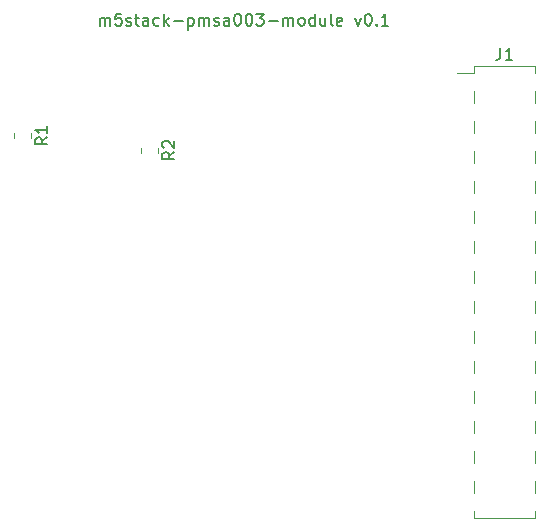
<source format=gbr>
%TF.GenerationSoftware,KiCad,Pcbnew,(5.1.9)-1*%
%TF.CreationDate,2021-02-10T23:03:02-05:00*%
%TF.ProjectId,pmsa003-module,706d7361-3030-4332-9d6d-6f64756c652e,rev?*%
%TF.SameCoordinates,Original*%
%TF.FileFunction,Legend,Top*%
%TF.FilePolarity,Positive*%
%FSLAX46Y46*%
G04 Gerber Fmt 4.6, Leading zero omitted, Abs format (unit mm)*
G04 Created by KiCad (PCBNEW (5.1.9)-1) date 2021-02-10 23:03:02*
%MOMM*%
%LPD*%
G01*
G04 APERTURE LIST*
%ADD10C,0.150000*%
%ADD11C,0.120000*%
G04 APERTURE END LIST*
D10*
X26809523Y-19452380D02*
X26809523Y-18785714D01*
X26809523Y-18880952D02*
X26857142Y-18833333D01*
X26952380Y-18785714D01*
X27095238Y-18785714D01*
X27190476Y-18833333D01*
X27238095Y-18928571D01*
X27238095Y-19452380D01*
X27238095Y-18928571D02*
X27285714Y-18833333D01*
X27380952Y-18785714D01*
X27523809Y-18785714D01*
X27619047Y-18833333D01*
X27666666Y-18928571D01*
X27666666Y-19452380D01*
X28619047Y-18452380D02*
X28142857Y-18452380D01*
X28095238Y-18928571D01*
X28142857Y-18880952D01*
X28238095Y-18833333D01*
X28476190Y-18833333D01*
X28571428Y-18880952D01*
X28619047Y-18928571D01*
X28666666Y-19023809D01*
X28666666Y-19261904D01*
X28619047Y-19357142D01*
X28571428Y-19404761D01*
X28476190Y-19452380D01*
X28238095Y-19452380D01*
X28142857Y-19404761D01*
X28095238Y-19357142D01*
X29047619Y-19404761D02*
X29142857Y-19452380D01*
X29333333Y-19452380D01*
X29428571Y-19404761D01*
X29476190Y-19309523D01*
X29476190Y-19261904D01*
X29428571Y-19166666D01*
X29333333Y-19119047D01*
X29190476Y-19119047D01*
X29095238Y-19071428D01*
X29047619Y-18976190D01*
X29047619Y-18928571D01*
X29095238Y-18833333D01*
X29190476Y-18785714D01*
X29333333Y-18785714D01*
X29428571Y-18833333D01*
X29761904Y-18785714D02*
X30142857Y-18785714D01*
X29904761Y-18452380D02*
X29904761Y-19309523D01*
X29952380Y-19404761D01*
X30047619Y-19452380D01*
X30142857Y-19452380D01*
X30904761Y-19452380D02*
X30904761Y-18928571D01*
X30857142Y-18833333D01*
X30761904Y-18785714D01*
X30571428Y-18785714D01*
X30476190Y-18833333D01*
X30904761Y-19404761D02*
X30809523Y-19452380D01*
X30571428Y-19452380D01*
X30476190Y-19404761D01*
X30428571Y-19309523D01*
X30428571Y-19214285D01*
X30476190Y-19119047D01*
X30571428Y-19071428D01*
X30809523Y-19071428D01*
X30904761Y-19023809D01*
X31809523Y-19404761D02*
X31714285Y-19452380D01*
X31523809Y-19452380D01*
X31428571Y-19404761D01*
X31380952Y-19357142D01*
X31333333Y-19261904D01*
X31333333Y-18976190D01*
X31380952Y-18880952D01*
X31428571Y-18833333D01*
X31523809Y-18785714D01*
X31714285Y-18785714D01*
X31809523Y-18833333D01*
X32238095Y-19452380D02*
X32238095Y-18452380D01*
X32333333Y-19071428D02*
X32619047Y-19452380D01*
X32619047Y-18785714D02*
X32238095Y-19166666D01*
X33047619Y-19071428D02*
X33809523Y-19071428D01*
X34285714Y-18785714D02*
X34285714Y-19785714D01*
X34285714Y-18833333D02*
X34380952Y-18785714D01*
X34571428Y-18785714D01*
X34666666Y-18833333D01*
X34714285Y-18880952D01*
X34761904Y-18976190D01*
X34761904Y-19261904D01*
X34714285Y-19357142D01*
X34666666Y-19404761D01*
X34571428Y-19452380D01*
X34380952Y-19452380D01*
X34285714Y-19404761D01*
X35190476Y-19452380D02*
X35190476Y-18785714D01*
X35190476Y-18880952D02*
X35238095Y-18833333D01*
X35333333Y-18785714D01*
X35476190Y-18785714D01*
X35571428Y-18833333D01*
X35619047Y-18928571D01*
X35619047Y-19452380D01*
X35619047Y-18928571D02*
X35666666Y-18833333D01*
X35761904Y-18785714D01*
X35904761Y-18785714D01*
X36000000Y-18833333D01*
X36047619Y-18928571D01*
X36047619Y-19452380D01*
X36476190Y-19404761D02*
X36571428Y-19452380D01*
X36761904Y-19452380D01*
X36857142Y-19404761D01*
X36904761Y-19309523D01*
X36904761Y-19261904D01*
X36857142Y-19166666D01*
X36761904Y-19119047D01*
X36619047Y-19119047D01*
X36523809Y-19071428D01*
X36476190Y-18976190D01*
X36476190Y-18928571D01*
X36523809Y-18833333D01*
X36619047Y-18785714D01*
X36761904Y-18785714D01*
X36857142Y-18833333D01*
X37761904Y-19452380D02*
X37761904Y-18928571D01*
X37714285Y-18833333D01*
X37619047Y-18785714D01*
X37428571Y-18785714D01*
X37333333Y-18833333D01*
X37761904Y-19404761D02*
X37666666Y-19452380D01*
X37428571Y-19452380D01*
X37333333Y-19404761D01*
X37285714Y-19309523D01*
X37285714Y-19214285D01*
X37333333Y-19119047D01*
X37428571Y-19071428D01*
X37666666Y-19071428D01*
X37761904Y-19023809D01*
X38428571Y-18452380D02*
X38523809Y-18452380D01*
X38619047Y-18500000D01*
X38666666Y-18547619D01*
X38714285Y-18642857D01*
X38761904Y-18833333D01*
X38761904Y-19071428D01*
X38714285Y-19261904D01*
X38666666Y-19357142D01*
X38619047Y-19404761D01*
X38523809Y-19452380D01*
X38428571Y-19452380D01*
X38333333Y-19404761D01*
X38285714Y-19357142D01*
X38238095Y-19261904D01*
X38190476Y-19071428D01*
X38190476Y-18833333D01*
X38238095Y-18642857D01*
X38285714Y-18547619D01*
X38333333Y-18500000D01*
X38428571Y-18452380D01*
X39380952Y-18452380D02*
X39476190Y-18452380D01*
X39571428Y-18500000D01*
X39619047Y-18547619D01*
X39666666Y-18642857D01*
X39714285Y-18833333D01*
X39714285Y-19071428D01*
X39666666Y-19261904D01*
X39619047Y-19357142D01*
X39571428Y-19404761D01*
X39476190Y-19452380D01*
X39380952Y-19452380D01*
X39285714Y-19404761D01*
X39238095Y-19357142D01*
X39190476Y-19261904D01*
X39142857Y-19071428D01*
X39142857Y-18833333D01*
X39190476Y-18642857D01*
X39238095Y-18547619D01*
X39285714Y-18500000D01*
X39380952Y-18452380D01*
X40047619Y-18452380D02*
X40666666Y-18452380D01*
X40333333Y-18833333D01*
X40476190Y-18833333D01*
X40571428Y-18880952D01*
X40619047Y-18928571D01*
X40666666Y-19023809D01*
X40666666Y-19261904D01*
X40619047Y-19357142D01*
X40571428Y-19404761D01*
X40476190Y-19452380D01*
X40190476Y-19452380D01*
X40095238Y-19404761D01*
X40047619Y-19357142D01*
X41095238Y-19071428D02*
X41857142Y-19071428D01*
X42333333Y-19452380D02*
X42333333Y-18785714D01*
X42333333Y-18880952D02*
X42380952Y-18833333D01*
X42476190Y-18785714D01*
X42619047Y-18785714D01*
X42714285Y-18833333D01*
X42761904Y-18928571D01*
X42761904Y-19452380D01*
X42761904Y-18928571D02*
X42809523Y-18833333D01*
X42904761Y-18785714D01*
X43047619Y-18785714D01*
X43142857Y-18833333D01*
X43190476Y-18928571D01*
X43190476Y-19452380D01*
X43809523Y-19452380D02*
X43714285Y-19404761D01*
X43666666Y-19357142D01*
X43619047Y-19261904D01*
X43619047Y-18976190D01*
X43666666Y-18880952D01*
X43714285Y-18833333D01*
X43809523Y-18785714D01*
X43952380Y-18785714D01*
X44047619Y-18833333D01*
X44095238Y-18880952D01*
X44142857Y-18976190D01*
X44142857Y-19261904D01*
X44095238Y-19357142D01*
X44047619Y-19404761D01*
X43952380Y-19452380D01*
X43809523Y-19452380D01*
X45000000Y-19452380D02*
X45000000Y-18452380D01*
X45000000Y-19404761D02*
X44904761Y-19452380D01*
X44714285Y-19452380D01*
X44619047Y-19404761D01*
X44571428Y-19357142D01*
X44523809Y-19261904D01*
X44523809Y-18976190D01*
X44571428Y-18880952D01*
X44619047Y-18833333D01*
X44714285Y-18785714D01*
X44904761Y-18785714D01*
X45000000Y-18833333D01*
X45904761Y-18785714D02*
X45904761Y-19452380D01*
X45476190Y-18785714D02*
X45476190Y-19309523D01*
X45523809Y-19404761D01*
X45619047Y-19452380D01*
X45761904Y-19452380D01*
X45857142Y-19404761D01*
X45904761Y-19357142D01*
X46523809Y-19452380D02*
X46428571Y-19404761D01*
X46380952Y-19309523D01*
X46380952Y-18452380D01*
X47285714Y-19404761D02*
X47190476Y-19452380D01*
X46999999Y-19452380D01*
X46904761Y-19404761D01*
X46857142Y-19309523D01*
X46857142Y-18928571D01*
X46904761Y-18833333D01*
X46999999Y-18785714D01*
X47190476Y-18785714D01*
X47285714Y-18833333D01*
X47333333Y-18928571D01*
X47333333Y-19023809D01*
X46857142Y-19119047D01*
X48428571Y-18785714D02*
X48666666Y-19452380D01*
X48904761Y-18785714D01*
X49476190Y-18452380D02*
X49571428Y-18452380D01*
X49666666Y-18500000D01*
X49714285Y-18547619D01*
X49761904Y-18642857D01*
X49809523Y-18833333D01*
X49809523Y-19071428D01*
X49761904Y-19261904D01*
X49714285Y-19357142D01*
X49666666Y-19404761D01*
X49571428Y-19452380D01*
X49476190Y-19452380D01*
X49380952Y-19404761D01*
X49333333Y-19357142D01*
X49285714Y-19261904D01*
X49238095Y-19071428D01*
X49238095Y-18833333D01*
X49285714Y-18642857D01*
X49333333Y-18547619D01*
X49380952Y-18500000D01*
X49476190Y-18452380D01*
X50238095Y-19357142D02*
X50285714Y-19404761D01*
X50238095Y-19452380D01*
X50190476Y-19404761D01*
X50238095Y-19357142D01*
X50238095Y-19452380D01*
X51238095Y-19452380D02*
X50666666Y-19452380D01*
X50952380Y-19452380D02*
X50952380Y-18452380D01*
X50857142Y-18595238D01*
X50761904Y-18690476D01*
X50666666Y-18738095D01*
D11*
%TO.C,J1*%
X63652000Y-58002000D02*
X63652000Y-59022000D01*
X58452000Y-58002000D02*
X58452000Y-59022000D01*
X63652000Y-55462000D02*
X63652000Y-56482000D01*
X58452000Y-55462000D02*
X58452000Y-56482000D01*
X63652000Y-52922000D02*
X63652000Y-53942000D01*
X58452000Y-52922000D02*
X58452000Y-53942000D01*
X63652000Y-50382000D02*
X63652000Y-51402000D01*
X58452000Y-50382000D02*
X58452000Y-51402000D01*
X63652000Y-47842000D02*
X63652000Y-48862000D01*
X58452000Y-47842000D02*
X58452000Y-48862000D01*
X63652000Y-45302000D02*
X63652000Y-46322000D01*
X58452000Y-45302000D02*
X58452000Y-46322000D01*
X63652000Y-42762000D02*
X63652000Y-43782000D01*
X58452000Y-42762000D02*
X58452000Y-43782000D01*
X63652000Y-40222000D02*
X63652000Y-41242000D01*
X58452000Y-40222000D02*
X58452000Y-41242000D01*
X63652000Y-37682000D02*
X63652000Y-38702000D01*
X58452000Y-37682000D02*
X58452000Y-38702000D01*
X63652000Y-35142000D02*
X63652000Y-36162000D01*
X58452000Y-35142000D02*
X58452000Y-36162000D01*
X63652000Y-32602000D02*
X63652000Y-33622000D01*
X58452000Y-32602000D02*
X58452000Y-33622000D01*
X63652000Y-30062000D02*
X63652000Y-31082000D01*
X58452000Y-30062000D02*
X58452000Y-31082000D01*
X63652000Y-27522000D02*
X63652000Y-28542000D01*
X58452000Y-27522000D02*
X58452000Y-28542000D01*
X63652000Y-24982000D02*
X63652000Y-26002000D01*
X58452000Y-24982000D02*
X58452000Y-26002000D01*
X63652000Y-60542000D02*
X63652000Y-61112000D01*
X58452000Y-60542000D02*
X58452000Y-61112000D01*
X63652000Y-22892000D02*
X63652000Y-23462000D01*
X58452000Y-22892000D02*
X58452000Y-23462000D01*
X57012000Y-23462000D02*
X58452000Y-23462000D01*
X58452000Y-61112000D02*
X63652000Y-61112000D01*
X58452000Y-22892000D02*
X63652000Y-22892000D01*
%TO.C,R2*%
X31735000Y-29772936D02*
X31735000Y-30227064D01*
X30265000Y-29772936D02*
X30265000Y-30227064D01*
%TO.C,R1*%
X20985000Y-28522936D02*
X20985000Y-28977064D01*
X19515000Y-28522936D02*
X19515000Y-28977064D01*
%TO.C,J1*%
D10*
X60718666Y-21344380D02*
X60718666Y-22058666D01*
X60671047Y-22201523D01*
X60575809Y-22296761D01*
X60432952Y-22344380D01*
X60337714Y-22344380D01*
X61718666Y-22344380D02*
X61147238Y-22344380D01*
X61432952Y-22344380D02*
X61432952Y-21344380D01*
X61337714Y-21487238D01*
X61242476Y-21582476D01*
X61147238Y-21630095D01*
%TO.C,*%
%TO.C,R2*%
X33102380Y-30166666D02*
X32626190Y-30500000D01*
X33102380Y-30738095D02*
X32102380Y-30738095D01*
X32102380Y-30357142D01*
X32150000Y-30261904D01*
X32197619Y-30214285D01*
X32292857Y-30166666D01*
X32435714Y-30166666D01*
X32530952Y-30214285D01*
X32578571Y-30261904D01*
X32626190Y-30357142D01*
X32626190Y-30738095D01*
X32197619Y-29785714D02*
X32150000Y-29738095D01*
X32102380Y-29642857D01*
X32102380Y-29404761D01*
X32150000Y-29309523D01*
X32197619Y-29261904D01*
X32292857Y-29214285D01*
X32388095Y-29214285D01*
X32530952Y-29261904D01*
X33102380Y-29833333D01*
X33102380Y-29214285D01*
%TO.C,R1*%
X22352380Y-28916666D02*
X21876190Y-29250000D01*
X22352380Y-29488095D02*
X21352380Y-29488095D01*
X21352380Y-29107142D01*
X21400000Y-29011904D01*
X21447619Y-28964285D01*
X21542857Y-28916666D01*
X21685714Y-28916666D01*
X21780952Y-28964285D01*
X21828571Y-29011904D01*
X21876190Y-29107142D01*
X21876190Y-29488095D01*
X22352380Y-27964285D02*
X22352380Y-28535714D01*
X22352380Y-28250000D02*
X21352380Y-28250000D01*
X21495238Y-28345238D01*
X21590476Y-28440476D01*
X21638095Y-28535714D01*
%TD*%
M02*

</source>
